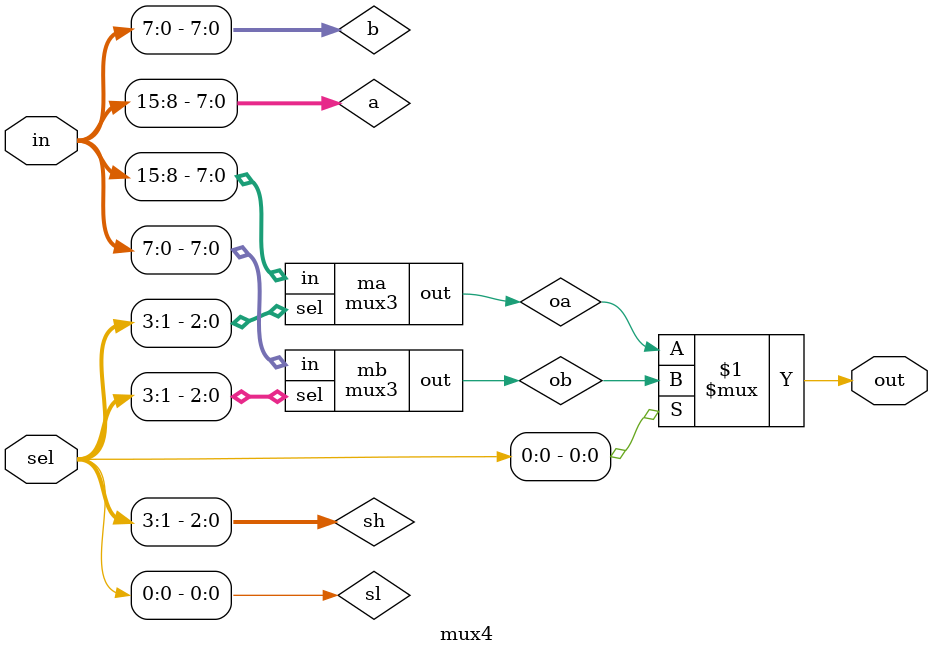
<source format=v>

`default_nettype none

module mux1 (
    input [1:0] in,
    input sel,
    output out
);

wire a, b;
assign {a, b} = in;

assign out = sel ? b : a;

endmodule


module mux2 (
    input [3:0] in,
    input [1:0] sel,
    output out
);

wire [1:0] a, b;
wire sh, sl, oa, ob;
assign {a, b} = in;
assign {sh, sl} = sel;

mux1 ma (
    .in(a),
    .sel(sh),
    .out(oa)
);

mux1 mb (
    .in(b),
    .sel(sh),
    .out(ob)
);

assign out = sl ? ob : oa;

endmodule


module mux3 (
    input [7:0] in,
    input [2:0] sel,
    output out
);

wire [3:0] a, b;
wire sl, oa, ob;
wire [1:0] sh;
assign {a, b} = in;
assign {sh, sl} = sel;

mux2 ma (
    .in(a),
    .sel(sh),
    .out(oa)
);

mux2 mb (
    .in(b),
    .sel(sh),
    .out(ob)
);

assign out = sl ? ob : oa;

endmodule


module mux4 (
    input [15:0] in,
    input [3:0] sel,
    output out
);

wire [7:0] a, b;
wire sl, oa, ob;
wire [2:0] sh;
assign {a, b} = in;
assign {sh, sl} = sel;

mux3 ma (
    .in(a),
    .sel(sh),
    .out(oa)
);

mux3 mb (
    .in(b),
    .sel(sh),
    .out(ob)
);

assign out = sl ? ob : oa;

endmodule


</source>
